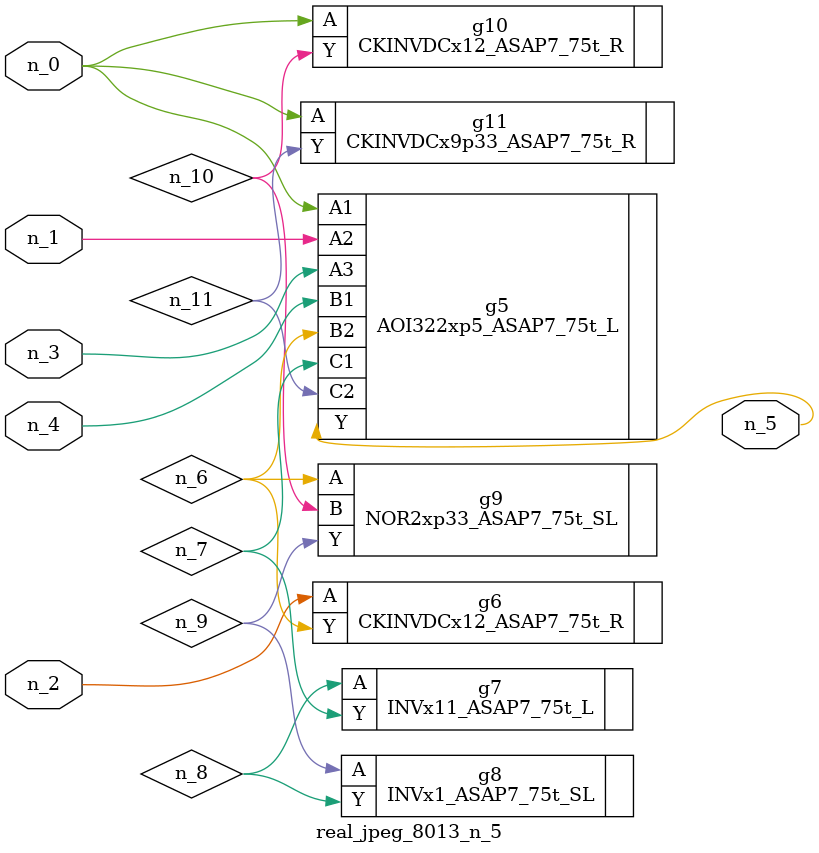
<source format=v>
module real_jpeg_8013_n_5 (n_4, n_0, n_1, n_2, n_3, n_5);

input n_4;
input n_0;
input n_1;
input n_2;
input n_3;

output n_5;

wire n_8;
wire n_11;
wire n_6;
wire n_7;
wire n_10;
wire n_9;

AOI322xp5_ASAP7_75t_L g5 ( 
.A1(n_0),
.A2(n_1),
.A3(n_3),
.B1(n_4),
.B2(n_6),
.C1(n_7),
.C2(n_11),
.Y(n_5)
);

CKINVDCx12_ASAP7_75t_R g10 ( 
.A(n_0),
.Y(n_10)
);

CKINVDCx9p33_ASAP7_75t_R g11 ( 
.A(n_0),
.Y(n_11)
);

CKINVDCx12_ASAP7_75t_R g6 ( 
.A(n_2),
.Y(n_6)
);

NOR2xp33_ASAP7_75t_SL g9 ( 
.A(n_6),
.B(n_10),
.Y(n_9)
);

INVx11_ASAP7_75t_L g7 ( 
.A(n_8),
.Y(n_7)
);

INVx1_ASAP7_75t_SL g8 ( 
.A(n_9),
.Y(n_8)
);


endmodule
</source>
